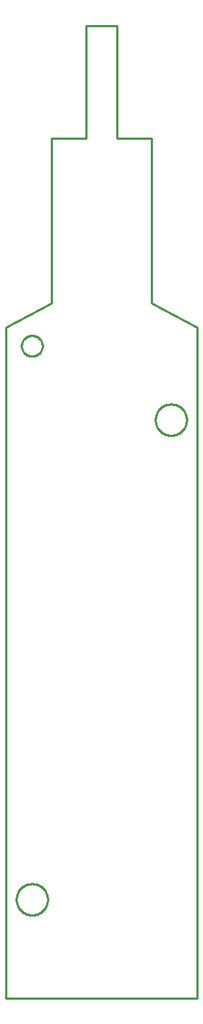
<source format=gbr>
G04 EAGLE Gerber RS-274X export*
G75*
%MOMM*%
%FSLAX34Y34*%
%LPD*%
%IN*%
%IPPOS*%
%AMOC8*
5,1,8,0,0,1.08239X$1,22.5*%
G01*
%ADD10C,0.254000*%


D10*
X0Y0D02*
X220000Y0D01*
X220000Y772500D01*
X167500Y800000D01*
X167500Y990000D01*
X127500Y990000D01*
X127500Y1120000D01*
X92500Y1120000D01*
X92500Y990000D01*
X52500Y990000D01*
X52500Y800000D01*
X0Y772500D01*
X0Y0D01*
X29411Y132000D02*
X28235Y131923D01*
X27066Y131769D01*
X25910Y131539D01*
X24772Y131234D01*
X23656Y130855D01*
X22567Y130404D01*
X21510Y129883D01*
X20490Y129294D01*
X19510Y128639D01*
X18575Y127922D01*
X17689Y127145D01*
X16855Y126311D01*
X16078Y125425D01*
X15361Y124490D01*
X14706Y123510D01*
X14117Y122490D01*
X13596Y121433D01*
X13145Y120344D01*
X12766Y119228D01*
X12461Y118090D01*
X12231Y116934D01*
X12077Y115765D01*
X12000Y114589D01*
X12000Y113411D01*
X12077Y112235D01*
X12231Y111066D01*
X12461Y109910D01*
X12766Y108772D01*
X13145Y107656D01*
X13596Y106567D01*
X14117Y105510D01*
X14706Y104490D01*
X15361Y103510D01*
X16078Y102575D01*
X16855Y101689D01*
X17689Y100855D01*
X18575Y100078D01*
X19510Y99361D01*
X20490Y98706D01*
X21510Y98117D01*
X22567Y97596D01*
X23656Y97145D01*
X24772Y96766D01*
X25910Y96461D01*
X27066Y96231D01*
X28235Y96077D01*
X29411Y96000D01*
X30589Y96000D01*
X31765Y96077D01*
X32934Y96231D01*
X34090Y96461D01*
X35228Y96766D01*
X36344Y97145D01*
X37433Y97596D01*
X38490Y98117D01*
X39510Y98706D01*
X40490Y99361D01*
X41425Y100078D01*
X42311Y100855D01*
X43145Y101689D01*
X43922Y102575D01*
X44639Y103510D01*
X45294Y104490D01*
X45883Y105510D01*
X46404Y106567D01*
X46855Y107656D01*
X47234Y108772D01*
X47539Y109910D01*
X47769Y111066D01*
X47923Y112235D01*
X48000Y113411D01*
X48000Y114589D01*
X47923Y115765D01*
X47769Y116934D01*
X47539Y118090D01*
X47234Y119228D01*
X46855Y120344D01*
X46404Y121433D01*
X45883Y122490D01*
X45294Y123510D01*
X44639Y124490D01*
X43922Y125425D01*
X43145Y126311D01*
X42311Y127145D01*
X41425Y127922D01*
X40490Y128639D01*
X39510Y129294D01*
X38490Y129883D01*
X37433Y130404D01*
X36344Y130855D01*
X35228Y131234D01*
X34090Y131539D01*
X32934Y131769D01*
X31765Y131923D01*
X30589Y132000D01*
X29411Y132000D01*
X189411Y684000D02*
X188235Y683923D01*
X187066Y683769D01*
X185910Y683539D01*
X184772Y683234D01*
X183656Y682855D01*
X182567Y682404D01*
X181510Y681883D01*
X180490Y681294D01*
X179510Y680639D01*
X178575Y679922D01*
X177689Y679145D01*
X176855Y678311D01*
X176078Y677425D01*
X175361Y676490D01*
X174706Y675510D01*
X174117Y674490D01*
X173596Y673433D01*
X173145Y672344D01*
X172766Y671228D01*
X172461Y670090D01*
X172231Y668934D01*
X172077Y667765D01*
X172000Y666589D01*
X172000Y665411D01*
X172077Y664235D01*
X172231Y663066D01*
X172461Y661910D01*
X172766Y660772D01*
X173145Y659656D01*
X173596Y658567D01*
X174117Y657510D01*
X174706Y656490D01*
X175361Y655510D01*
X176078Y654575D01*
X176855Y653689D01*
X177689Y652855D01*
X178575Y652078D01*
X179510Y651361D01*
X180490Y650706D01*
X181510Y650117D01*
X182567Y649596D01*
X183656Y649145D01*
X184772Y648766D01*
X185910Y648461D01*
X187066Y648231D01*
X188235Y648077D01*
X189411Y648000D01*
X190589Y648000D01*
X191765Y648077D01*
X192934Y648231D01*
X194090Y648461D01*
X195228Y648766D01*
X196344Y649145D01*
X197433Y649596D01*
X198490Y650117D01*
X199510Y650706D01*
X200490Y651361D01*
X201425Y652078D01*
X202311Y652855D01*
X203145Y653689D01*
X203922Y654575D01*
X204639Y655510D01*
X205294Y656490D01*
X205883Y657510D01*
X206404Y658567D01*
X206855Y659656D01*
X207234Y660772D01*
X207539Y661910D01*
X207769Y663066D01*
X207923Y664235D01*
X208000Y665411D01*
X208000Y666589D01*
X207923Y667765D01*
X207769Y668934D01*
X207539Y670090D01*
X207234Y671228D01*
X206855Y672344D01*
X206404Y673433D01*
X205883Y674490D01*
X205294Y675510D01*
X204639Y676490D01*
X203922Y677425D01*
X203145Y678311D01*
X202311Y679145D01*
X201425Y679922D01*
X200490Y680639D01*
X199510Y681294D01*
X198490Y681883D01*
X197433Y682404D01*
X196344Y682855D01*
X195228Y683234D01*
X194090Y683539D01*
X192934Y683769D01*
X191765Y683923D01*
X190589Y684000D01*
X189411Y684000D01*
X29530Y763050D02*
X28594Y762976D01*
X27667Y762829D01*
X26754Y762610D01*
X25861Y762320D01*
X24993Y761961D01*
X24156Y761534D01*
X23356Y761044D01*
X22596Y760492D01*
X21882Y759882D01*
X21218Y759218D01*
X20608Y758504D01*
X20056Y757744D01*
X19566Y756944D01*
X19139Y756107D01*
X18780Y755239D01*
X18490Y754346D01*
X18271Y753433D01*
X18124Y752506D01*
X18050Y751570D01*
X18050Y750630D01*
X18124Y749694D01*
X18271Y748767D01*
X18490Y747854D01*
X18780Y746961D01*
X19139Y746093D01*
X19566Y745256D01*
X20056Y744456D01*
X20608Y743696D01*
X21218Y742982D01*
X21882Y742318D01*
X22596Y741708D01*
X23356Y741156D01*
X24156Y740666D01*
X24993Y740239D01*
X25861Y739880D01*
X26754Y739590D01*
X27667Y739371D01*
X28594Y739224D01*
X29530Y739150D01*
X30470Y739150D01*
X31406Y739224D01*
X32333Y739371D01*
X33246Y739590D01*
X34139Y739880D01*
X35007Y740239D01*
X35844Y740666D01*
X36644Y741156D01*
X37404Y741708D01*
X38118Y742318D01*
X38782Y742982D01*
X39392Y743696D01*
X39944Y744456D01*
X40434Y745256D01*
X40861Y746093D01*
X41220Y746961D01*
X41510Y747854D01*
X41729Y748767D01*
X41876Y749694D01*
X41950Y750630D01*
X41950Y751570D01*
X41876Y752506D01*
X41729Y753433D01*
X41510Y754346D01*
X41220Y755239D01*
X40861Y756107D01*
X40434Y756944D01*
X39944Y757744D01*
X39392Y758504D01*
X38782Y759218D01*
X38118Y759882D01*
X37404Y760492D01*
X36644Y761044D01*
X35844Y761534D01*
X35007Y761961D01*
X34139Y762320D01*
X33246Y762610D01*
X32333Y762829D01*
X31406Y762976D01*
X30470Y763050D01*
X29530Y763050D01*
M02*

</source>
